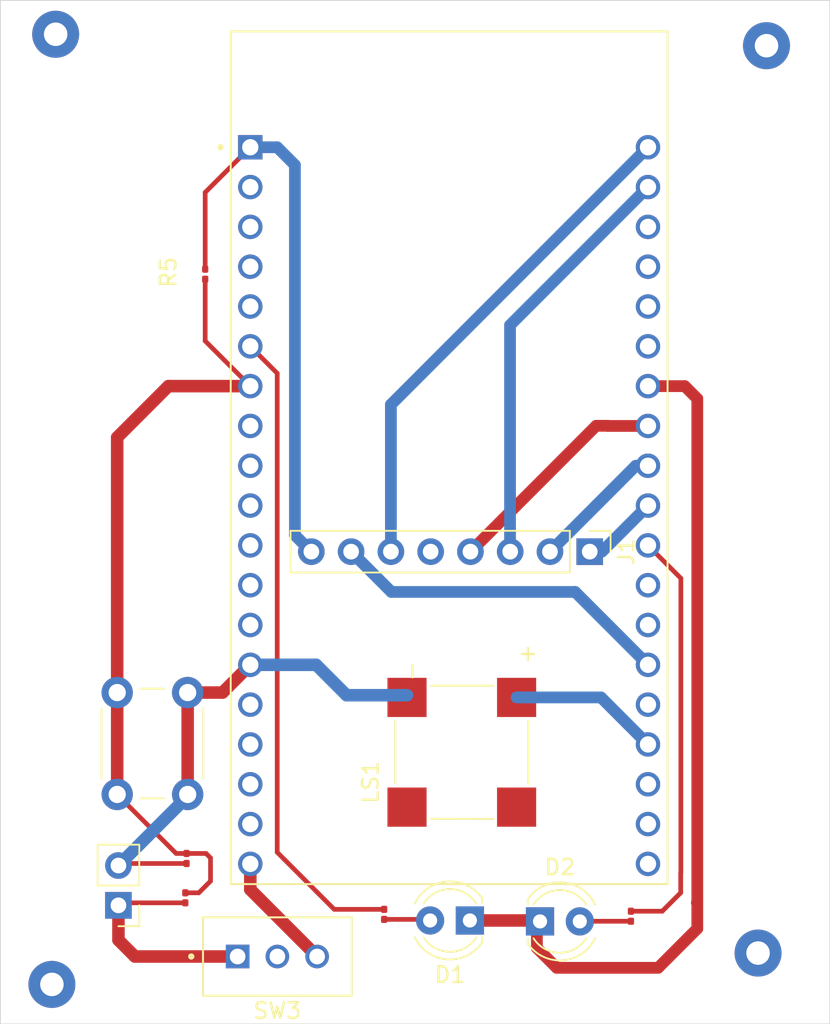
<source format=kicad_pcb>
(kicad_pcb (version 20240108) (generator "pcbnew") (generator_version "8.0")
  (layers (0 "F.Cu" signal) (31 "B.Cu" signal) (34 "B.Paste" user) (35 "F.Paste" user) (36 "B.SilkS" user "B.Silkscreen") (37 "F.SilkS" user "F.Silkscreen") (38 "B.Mask" user) (39 "F.Mask" user) (44 "Edge.Cuts" user))
  (net 0 "")
  (net 1 "GND")
  (net 2 "3,3V")
  (net 3 "Net-(D2-A)")
  (net 10 "MISO")
  (net 23 "SDA")
  (net 25 "RST")
  (net 27 "Net-(D1-A)")
  (net 28 "SCK")
  (net 30 "MOSI")
  (net 33 "VIN")
  (net 34 "IO15")
  (net 36 "IO32")
  (net 37 "IO35")
  (net 38 "IO17")
  (net 39 "Net-(SW3-A)")
  (net 42 "GND2")
  (net 43 "GND3")
  (footprint "Connector_PinHeader_2.54mm:PinHeader_1x02_P2.54mm_Vertical" (layer "F.Cu") (at 79.33 93.865 180)
    (property "Reference" "J2" (hide yes))
    (property "Value" "Socket_Baterai" (hide yes))
    (fp_line (start 1.33 1.27) (end 1.33 3.87) (stroke (width 0.12)) (layer "F.SilkS"))
    (fp_line (start -1.33 3.87) (end 1.33 3.87) (stroke (width 0.12)) (layer "F.SilkS"))
    (fp_line (start -1.33 1.27) (end 1.33 1.27) (stroke (width 0.12)) (layer "F.SilkS"))
    (fp_line (start -1.33 1.27) (end -1.33 3.87) (stroke (width 0.12)) (layer "F.SilkS"))
    (fp_line (start -1.33 0) (end -1.33 -1.33) (stroke (width 0.12)) (layer "F.SilkS"))
    (fp_line (start -1.33 -1.33) (end 0 -1.33) (stroke (width 0.12)) (layer "F.SilkS"))
    (pad "1" thru_hole rect (at 0 0 180) (size 1.7 1.7) (drill 1) (layers "*.Cu" "*.Mask") (net 33 "VIN"))
    (pad "2" thru_hole oval (at 0 2.54 180) (size 1.7 1.7) (drill 1) (layers "*.Cu" "*.Mask") (net 1 "GND"))
  )
  (footprint "buzzer:CUI_CMT-8540S-SMT" (layer "F.Cu") (at 101.26 84.1 90)
    (property "Reference" "LS1" (at -1.90322 -5.8301 90) (layer "F.SilkS") (effects (font (size 1.004315 1.004315))))
    (property "Value" "buzzer")
    (fp_line (start -2 -4.25) (end 2 -4.25) (stroke (width 0.127)) (layer "F.SilkS"))
    (fp_line (start 4.25 -2) (end 4.25 2) (stroke (width 0.127)) (layer "F.SilkS"))
    (fp_line (start -4.24 -2) (end -4.25 2) (stroke (width 0.127)) (layer "F.SilkS"))
    (fp_line (start 2 4.25) (end -2 4.25) (stroke (width 0.127)) (layer "F.SilkS"))
    (fp_text user "+" (at 6.26763 4.14166 90) (layer "F.SilkS") (effects (font (size 1.002827 1.002827))))
    (fp_text user "-" (at 5.16697 -3.22436 90) (layer "F.SilkS") (effects (font (size 1.001354 1.001354))))
    (pad "1" smd rect (at -3.5 -3.5 90) (size 2.5 2.5) (layers "F.Cu" "F.Paste" "F.Mask"))
    (pad "2" smd rect (at -3.5 3.5 90) (size 2.5 2.5) (layers "F.Cu" "F.Paste" "F.Mask"))
    (pad "N" smd rect (at 3.5 -3.5 90) (size 2.5 2.5) (layers "F.Cu" "F.Paste" "F.Mask") (net 1 "GND"))
    (pad "P" smd rect (at 3.5 3.5 90) (size 2.5 2.5) (layers "F.Cu" "F.Paste" "F.Mask") (net 34 "IO15"))
  )
  (footprint "Resistor_SMD:R_0201_0603Metric" (layer "F.Cu") (at 112.06 94.56 -90)
    (property "Reference" "R4" (hide yes))
    (property "Value" "10K")
    (pad "1" smd roundrect (at -0.32 0 270) (size 0.46 0.4) (layers "F.Cu" "F.Mask") (net 38 "IO17"))
    (pad "2" smd roundrect (at 0.32 0 270) (size 0.46 0.4) (layers "F.Cu" "F.Mask") (net 3 "Net-(D2-A)"))
  )
  (footprint "Resistor_SMD:R_0201_0603Metric" (layer "F.Cu") (at 83.68 90.875 -90)
    (property "Reference" "R2" (hide yes))
    (property "Value" "10K")
    (pad "1" smd roundrect (at -0.32 0 270) (size 0.46 0.4) (layers "F.Cu" "F.Mask") (net 36 "IO32"))
    (pad "2" smd roundrect (at 0.32 0 270) (size 0.46 0.4) (layers "F.Cu" "F.Mask") (net 1 "GND"))
  )
  (footprint "LED_THT:LED_D4.0mm" (layer "F.Cu") (at 101.775 94.83 180)
    (property "Reference" "D1" (at 1.27 -3.46 180) (layer "F.SilkS"))
    (property "Value" "LED_R")
    (fp_line (start -0.79 1.08) (end -0.79 1.399) (stroke (width 0.12)) (layer "F.SilkS"))
    (fp_line (start -0.79 -1.399) (end -0.79 -1.08) (stroke (width 0.12)) (layer "F.SilkS"))
    (fp_arc (start 3.513242 1.080724) (mid 1.453519 2.483228) (end -0.79 1.398749) (stroke (width 0.12)) (layer "F.SilkS"))
    (fp_arc (start 2.952713 1.080961) (mid 1.269429 2) (end -0.41333 1.08) (stroke (width 0.12)) (layer "F.SilkS"))
    (fp_arc (start -0.41333 -1.08) (mid 1.269429 -2) (end 2.952713 -1.080961) (stroke (width 0.12)) (layer "F.SilkS"))
    (fp_arc (start -0.79 -1.398749) (mid 1.453519 -2.483228) (end 3.513242 -1.080724) (stroke (width 0.12)) (layer "F.SilkS"))
    (pad "1" thru_hole rect (at 0 0 180) (size 1.8 1.8) (drill 0.9) (layers "*.Cu" "*.Mask") (net 42 "GND2"))
    (pad "2" thru_hole circle (at 2.54 0 180) (size 1.8 1.8) (drill 0.9) (layers "*.Cu" "*.Mask") (net 27 "Net-(D1-A)"))
  )
  (footprint "footprints:MODULE_ESP32-DEVKITC-32D" (layer "F.Cu") (at 100.45 65.26)
    (property "Reference" "U1" (hide yes))
    (property "Value" "ESP32-DEVKITC-32D")
    (fp_line (start -13.95 -27.15) (end 13.95 -27.15) (stroke (width 0.127)) (layer "F.SilkS"))
    (fp_line (start -13.95 27.25) (end -13.95 -27.15) (stroke (width 0.127)) (layer "F.SilkS"))
    (fp_line (start 13.95 -27.15) (end 13.95 27.25) (stroke (width 0.127)) (layer "F.SilkS"))
    (fp_line (start 13.95 27.25) (end -13.95 27.25) (stroke (width 0.127)) (layer "F.SilkS"))
    (fp_circle (center -14.6 -19.76) (end -14.5 -19.76) (stroke (width 0.2)) (fill none) (layer "F.SilkS"))
    (pad "J2-1" thru_hole rect (at -12.7 -19.76) (size 1.56 1.56) (drill 1.04) (layers "*.Cu" "*.Mask") (net 2 "3,3V"))
    (pad "J2-2" thru_hole circle (at -12.7 -17.22) (size 1.56 1.56) (drill 1.04) (layers "*.Cu" "*.Mask"))
    (pad "J2-3" thru_hole circle (at -12.7 -14.68) (size 1.56 1.56) (drill 1.04) (layers "*.Cu" "*.Mask"))
    (pad "J2-4" thru_hole circle (at -12.7 -12.14) (size 1.56 1.56) (drill 1.04) (layers "*.Cu" "*.Mask"))
    (pad "J2-5" thru_hole circle (at -12.7 -9.6) (size 1.56 1.56) (drill 1.04) (layers "*.Cu" "*.Mask"))
    (pad "J2-6" thru_hole circle (at -12.7 -7.06) (size 1.56 1.56) (drill 1.04) (layers "*.Cu" "*.Mask") (net 37 "IO35"))
    (pad "J2-7" thru_hole circle (at -12.7 -4.52) (size 1.56 1.56) (drill 1.04) (layers "*.Cu" "*.Mask") (net 36 "IO32"))
    (pad "J2-8" thru_hole circle (at -12.7 -1.98) (size 1.56 1.56) (drill 1.04) (layers "*.Cu" "*.Mask"))
    (pad "J2-9" thru_hole circle (at -12.7 0.56) (size 1.56 1.56) (drill 1.04) (layers "*.Cu" "*.Mask"))
    (pad "J2-10" thru_hole circle (at -12.7 3.1) (size 1.56 1.56) (drill 1.04) (layers "*.Cu" "*.Mask"))
    (pad "J2-11" thru_hole circle (at -12.7 5.64) (size 1.56 1.56) (drill 1.04) (layers "*.Cu" "*.Mask"))
    (pad "J2-12" thru_hole circle (at -12.7 8.18) (size 1.56 1.56) (drill 1.04) (layers "*.Cu" "*.Mask"))
    (pad "J2-13" thru_hole circle (at -12.7 10.72) (size 1.56 1.56) (drill 1.04) (layers "*.Cu" "*.Mask"))
    (pad "J2-14" thru_hole circle (at -12.7 13.26) (size 1.56 1.56) (drill 1.04) (layers "*.Cu" "*.Mask") (net 1 "GND"))
    (pad "J2-15" thru_hole circle (at -12.7 15.8) (size 1.56 1.56) (drill 1.04) (layers "*.Cu" "*.Mask"))
    (pad "J2-16" thru_hole circle (at -12.7 18.34) (size 1.56 1.56) (drill 1.04) (layers "*.Cu" "*.Mask"))
    (pad "J2-17" thru_hole circle (at -12.7 20.88) (size 1.56 1.56) (drill 1.04) (layers "*.Cu" "*.Mask"))
    (pad "J2-18" thru_hole circle (at -12.7 23.42) (size 1.56 1.56) (drill 1.04) (layers "*.Cu" "*.Mask"))
    (pad "J2-19" thru_hole circle (at -12.7 25.96) (size 1.56 1.56) (drill 1.04) (layers "*.Cu" "*.Mask") (net 39 "Net-(SW3-A)"))
    (pad "J3-1" thru_hole circle (at 12.7 -19.76) (size 1.56 1.56) (drill 1.04) (layers "*.Cu" "*.Mask") (net 43 "GND3"))
    (pad "J3-2" thru_hole circle (at 12.7 -17.22) (size 1.56 1.56) (drill 1.04) (layers "*.Cu" "*.Mask") (net 30 "MOSI"))
    (pad "J3-3" thru_hole circle (at 12.7 -14.68) (size 1.56 1.56) (drill 1.04) (layers "*.Cu" "*.Mask"))
    (pad "J3-4" thru_hole circle (at 12.7 -12.14) (size 1.56 1.56) (drill 1.04) (layers "*.Cu" "*.Mask"))
    (pad "J3-5" thru_hole circle (at 12.7 -9.6) (size 1.56 1.56) (drill 1.04) (layers "*.Cu" "*.Mask"))
    (pad "J3-6" thru_hole circle (at 12.7 -7.06) (size 1.56 1.56) (drill 1.04) (layers "*.Cu" "*.Mask"))
    (pad "J3-7" thru_hole circle (at 12.7 -4.52) (size 1.56 1.56) (drill 1.04) (layers "*.Cu" "*.Mask") (net 42 "GND2"))
    (pad "J3-8" thru_hole circle (at 12.7 -1.98) (size 1.56 1.56) (drill 1.04) (layers "*.Cu" "*.Mask") (net 10 "MISO"))
    (pad "J3-9" thru_hole circle (at 12.7 0.56) (size 1.56 1.56) (drill 1.04) (layers "*.Cu" "*.Mask") (net 28 "SCK"))
    (pad "J3-10" thru_hole circle (at 12.7 3.1) (size 1.56 1.56) (drill 1.04) (layers "*.Cu" "*.Mask") (net 23 "SDA"))
    (pad "J3-11" thru_hole circle (at 12.7 5.64) (size 1.56 1.56) (drill 1.04) (layers "*.Cu" "*.Mask") (net 38 "IO17"))
    (pad "J3-12" thru_hole circle (at 12.7 8.18) (size 1.56 1.56) (drill 1.04) (layers "*.Cu" "*.Mask"))
    (pad "J3-13" thru_hole circle (at 12.7 10.72) (size 1.56 1.56) (drill 1.04) (layers "*.Cu" "*.Mask"))
    (pad "J3-14" thru_hole circle (at 12.7 13.26) (size 1.56 1.56) (drill 1.04) (layers "*.Cu" "*.Mask") (net 25 "RST"))
    (pad "J3-15" thru_hole circle (at 12.7 15.8) (size 1.56 1.56) (drill 1.04) (layers "*.Cu" "*.Mask"))
    (pad "J3-16" thru_hole circle (at 12.7 18.34) (size 1.56 1.56) (drill 1.04) (layers "*.Cu" "*.Mask") (net 34 "IO15"))
    (pad "J3-17" thru_hole circle (at 12.7 20.88) (size 1.56 1.56) (drill 1.04) (layers "*.Cu" "*.Mask"))
    (pad "J3-18" thru_hole circle (at 12.7 23.42) (size 1.56 1.56) (drill 1.04) (layers "*.Cu" "*.Mask"))
    (pad "J3-19" thru_hole circle (at 12.7 25.96) (size 1.56 1.56) (drill 1.04) (layers "*.Cu" "*.Mask"))
  )
  (footprint "Resistor_SMD:R_0201_0603Metric" (layer "F.Cu") (at 84.87 53.6 -90)
    (property "Reference" "R5" (at -0.13 2.36 90) (layer "F.SilkS"))
    (property "Value" "10K")
    (pad "1" smd roundrect (at -0.32 0 270) (size 0.46 0.4) (layers "F.Cu" "F.Mask") (net 2 "3,3V"))
    (pad "2" smd roundrect (at 0.32 0 270) (size 0.46 0.4) (layers "F.Cu" "F.Mask") (net 36 "IO32"))
  )
  (footprint "LED_THT:LED_D4.0mm" (layer "F.Cu") (at 106.255 94.89)
    (property "Reference" "D2" (at 1.27 -3.46 0) (layer "F.SilkS"))
    (property "Value" "LED_G")
    (fp_line (start -0.79 -1.399) (end -0.79 -1.08) (stroke (width 0.12)) (layer "F.SilkS"))
    (fp_line (start -0.79 1.08) (end -0.79 1.399) (stroke (width 0.12)) (layer "F.SilkS"))
    (fp_arc (start -0.79 -1.398749) (mid 1.453519 -2.483228) (end 3.513242 -1.080724) (stroke (width 0.12)) (layer "F.SilkS"))
    (fp_arc (start -0.41333 -1.08) (mid 1.269429 -2) (end 2.952713 -1.080961) (stroke (width 0.12)) (layer "F.SilkS"))
    (fp_arc (start 2.952713 1.080961) (mid 1.269429 2) (end -0.41333 1.08) (stroke (width 0.12)) (layer "F.SilkS"))
    (fp_arc (start 3.513242 1.080724) (mid 1.453519 2.483228) (end -0.79 1.398749) (stroke (width 0.12)) (layer "F.SilkS"))
    (pad "1" thru_hole rect (at 0 0) (size 1.8 1.8) (drill 0.9) (layers "*.Cu" "*.Mask") (net 42 "GND2"))
    (pad "2" thru_hole circle (at 2.54 0) (size 1.8 1.8) (drill 0.9) (layers "*.Cu" "*.Mask") (net 3 "Net-(D2-A)"))
  )
  (footprint "Button_Switch_THT:SW_PUSH_6mm" (layer "F.Cu") (at 79.25 86.79 90)
    (property "Reference" "Button_INT1" (hide yes))
    (property "Value" "SW_Push" (hide yes))
    (fp_line (start 5.5 -1) (end 1 -1) (stroke (width 0.12)) (layer "F.SilkS"))
    (fp_line (start -0.25 1.5) (end -0.25 3) (stroke (width 0.12)) (layer "F.SilkS"))
    (fp_line (start 6.75 3) (end 6.75 1.5) (stroke (width 0.12)) (layer "F.SilkS"))
    (fp_line (start 1 5.5) (end 5.5 5.5) (stroke (width 0.12)) (layer "F.SilkS"))
    (pad "1" thru_hole circle (at 0 0 180) (size 2 2) (drill 1.1) (layers "*.Cu" "*.Mask") (net 36 "IO32"))
    (pad "1" thru_hole circle (at 6.5 0 180) (size 2 2) (drill 1.1) (layers "*.Cu" "*.Mask") (net 36 "IO32"))
    (pad "2" thru_hole circle (at 0 4.5 180) (size 2 2) (drill 1.1) (layers "*.Cu" "*.Mask") (net 1 "GND"))
    (pad "2" thru_hole circle (at 6.5 4.5 180) (size 2 2) (drill 1.1) (layers "*.Cu" "*.Mask") (net 1 "GND"))
  )
  (footprint "Connector_PinHeader_2.54mm:PinHeader_1x08_P2.54mm_Vertical" (layer "F.Cu") (at 109.43 71.3 -90)
    (property "Reference" "J1" (at 0 -2.33 90) (layer "F.SilkS"))
    (property "Value" "RFID_Socket")
    (fp_line (start -1.33 19.11) (end 1.33 19.11) (stroke (width 0.12)) (layer "F.SilkS"))
    (fp_line (start -1.33 1.27) (end -1.33 19.11) (stroke (width 0.12)) (layer "F.SilkS"))
    (fp_line (start -1.33 1.27) (end 1.33 1.27) (stroke (width 0.12)) (layer "F.SilkS"))
    (fp_line (start 1.33 1.27) (end 1.33 19.11) (stroke (width 0.12)) (layer "F.SilkS"))
    (fp_line (start -1.33 0) (end -1.33 -1.33) (stroke (width 0.12)) (layer "F.SilkS"))
    (fp_line (start -1.33 -1.33) (end 0 -1.33) (stroke (width 0.12)) (layer "F.SilkS"))
    (pad "1" thru_hole rect (at 0 0 270) (size 1.7 1.7) (drill 1) (layers "*.Cu" "*.Mask") (net 23 "SDA"))
    (pad "2" thru_hole oval (at 0 2.54 270) (size 1.7 1.7) (drill 1) (layers "*.Cu" "*.Mask") (net 28 "SCK"))
    (pad "3" thru_hole oval (at 0 5.08 270) (size 1.7 1.7) (drill 1) (layers "*.Cu" "*.Mask") (net 30 "MOSI"))
    (pad "4" thru_hole oval (at 0 7.62 270) (size 1.7 1.7) (drill 1) (layers "*.Cu" "*.Mask") (net 10 "MISO"))
    (pad "5" thru_hole oval (at 0 10.16 270) (size 1.7 1.7) (drill 1) (layers "*.Cu" "*.Mask"))
    (pad "6" thru_hole oval (at 0 12.7 270) (size 1.7 1.7) (drill 1) (layers "*.Cu" "*.Mask") (net 43 "GND3"))
    (pad "7" thru_hole oval (at 0 15.24 270) (size 1.7 1.7) (drill 1) (layers "*.Cu" "*.Mask") (net 25 "RST"))
    (pad "8" thru_hole oval (at 0 17.78 270) (size 1.7 1.7) (drill 1) (layers "*.Cu" "*.Mask") (net 2 "3,3V"))
  )
  (footprint "switch spdt:SW_ATE1D-2M3-10-Z" (layer "F.Cu") (at 89.48 97.13 180)
    (property "Reference" "SW3" (at 0 -3.46 0) (layer "F.SilkS"))
    (property "Value" "SPDT")
    (fp_line (start 4.75 2.5) (end -4.75 2.5) (stroke (width 0.127)) (layer "F.SilkS"))
    (fp_line (start 4.75 -2.5) (end 4.75 2.5) (stroke (width 0.127)) (layer "F.SilkS"))
    (fp_line (start -4.75 2.5) (end -4.75 -2.5) (stroke (width 0.127)) (layer "F.SilkS"))
    (fp_line (start -4.75 -2.5) (end 4.75 -2.5) (stroke (width 0.127)) (layer "F.SilkS"))
    (fp_circle (center 5.5 0) (end 5.6 0) (stroke (width 0.2)) (fill none) (layer "F.SilkS"))
    (pad "1" thru_hole rect (at 2.54 0 180) (size 1.508 1.508) (drill 1) (layers "*.Cu" "*.Mask") (net 33 "VIN"))
    (pad "2" thru_hole circle (at 0 0 180) (size 1.508 1.508) (drill 1) (layers "*.Cu" "*.Mask"))
    (pad "3" thru_hole circle (at -2.54 0 180) (size 1.508 1.508) (drill 1) (layers "*.Cu" "*.Mask") (net 39 "Net-(SW3-A)"))
  )
  (footprint "Resistor_SMD:R_0201_0603Metric" (layer "F.Cu") (at 83.6 93.385 90)
    (property "Reference" "R1" (hide yes))
    (property "Value" "10K" (hide yes))
    (pad "1" smd roundrect (at -0.32 0 90) (size 0.46 0.4) (layers "F.Cu" "F.Mask") (net 33 "VIN"))
    (pad "2" smd roundrect (at 0.32 0 90) (size 0.46 0.4) (layers "F.Cu" "F.Mask") (net 36 "IO32"))
  )
  (footprint "Resistor_SMD:R_0201_0603Metric" (layer "F.Cu") (at 96.3 94.44 90)
    (property "Reference" "R3" (hide yes))
    (property "Value" "10K")
    (pad "1" smd roundrect (at -0.32 0 90) (size 0.46 0.4) (layers "F.Cu" "F.Mask") (net 27 "Net-(D1-A)"))
    (pad "2" smd roundrect (at 0.32 0 90) (size 0.46 0.4) (layers "F.Cu" "F.Mask") (net 37 "IO35"))
  )
  (gr_rect (start 71.79 36.13) (end 124.76 101.43) (stroke (width 0.05)) (fill none) (layer "Edge.Cuts"))
  (via (at 120.18 96.91) (size 3) (drill 1.5) (layers "F.Cu" "B.Cu") (net 0))
  (via (at 120.72 39.02) (size 3) (drill 1.5) (layers "F.Cu" "B.Cu") (net 0))
  (via (at 75.32 38.29) (size 3) (drill 1.5) (layers "F.Cu" "B.Cu") (net 0))
  (via (at 75.08 98.91) (size 3) (drill 1.5) (layers "F.Cu" "B.Cu") (net 0))
  (segment (start 85.98 80.29) (end 87.75 78.52) (width 0.8) (layer "F.Cu") (net 1))
  (segment (start 79.46 91.195) (end 79.33 91.325) (width 0.3) (layer "F.Cu") (net 1))
  (segment (start 83.75 80.29) (end 83.75 86.79) (width 0.8) (layer "F.Cu") (net 1))
  (segment (start 87.67 78.44) (end 87.75 78.52) (width 0.3) (layer "F.Cu") (net 1))
  (segment (start 83.68 91.195) (end 79.46 91.195) (width 0.3) (layer "F.Cu") (net 1))
  (segment (start 83.75 86.79) (end 83.75 86.905) (width 0.8) (layer "F.Cu") (net 1))
  (segment (start 83.75 80.29) (end 85.98 80.29) (width 0.8) (layer "F.Cu") (net 1))
  (segment (start 83.75 86.905) (end 79.33 91.325) (width 0.8) (layer "B.Cu") (net 1))
  (segment (start 93.9 80.46) (end 97.76 80.46) (width 0.8) (layer "B.Cu") (net 1))
  (segment (start 87.75 78.52) (end 91.96 78.52) (width 0.8) (layer "B.Cu") (net 1))
  (segment (start 83.75 86.79) (end 83.75 86.905) (width 0.8) (layer "B.Cu") (net 1))
  (segment (start 91.96 78.52) (end 93.9 80.46) (width 0.8) (layer "B.Cu") (net 1))
  (segment (start 91.96 78.52) (end 91.97 78.53) (width 0.8) (layer "B.Cu") (net 1))
  (segment (start 84.87 53.28) (end 84.87 48.38) (width 0.3) (layer "F.Cu") (net 2))
  (segment (start 84.87 48.38) (end 87.75 45.5) (width 0.3) (layer "F.Cu") (net 2))
  (segment (start 90.6 70.25) (end 91.65 71.3) (width 0.75) (layer "B.Cu") (net 2))
  (segment (start 90.6 46.63) (end 90.6 70.25) (width 0.75) (layer "B.Cu") (net 2))
  (segment (start 89.47 45.5) (end 90.6 46.63) (width 0.75) (layer "B.Cu") (net 2))
  (segment (start 87.75 45.5) (end 89.47 45.5) (width 0.75) (layer "B.Cu") (net 2))
  (segment (start 108.805 94.88) (end 108.795 94.89) (width 0.3) (layer "F.Cu") (net 3))
  (segment (start 108.635 95.18) (end 108.595 95.14) (width 0.3) (layer "F.Cu") (net 3))
  (segment (start 112.02 94.84) (end 112.06 94.88) (width 0.3) (layer "F.Cu") (net 3))
  (segment (start 112.06 94.88) (end 108.805 94.88) (width 0.3) (layer "F.Cu") (net 3))
  (segment (start 110.57 63.27) (end 109.84 63.27) (width 0.75) (layer "F.Cu") (net 10))
  (segment (start 113.15 63.28) (end 110.58 63.28) (width 0.75) (layer "F.Cu") (net 10))
  (segment (start 110.58 63.28) (end 110.57 63.27) (width 0.75) (layer "F.Cu") (net 10))
  (segment (start 109.84 63.27) (end 101.81 71.3) (width 0.75) (layer "F.Cu") (net 10))
  (segment (start 109.43 71.3) (end 110.21 71.3) (width 0.75) (layer "B.Cu") (net 23))
  (segment (start 110.21 71.3) (end 113.15 68.36) (width 0.75) (layer "B.Cu") (net 23))
  (segment (start 94.19 71.3) (end 96.76 73.87) (width 0.75) (layer "B.Cu") (net 25))
  (segment (start 108.5 73.87) (end 113.15 78.52) (width 0.75) (layer "B.Cu") (net 25))
  (segment (start 96.76 73.87) (end 108.5 73.87) (width 0.75) (layer "B.Cu") (net 25))
  (segment (start 99.165 94.76) (end 99.235 94.83) (width 0.3) (layer "F.Cu") (net 27))
  (segment (start 96.325 94.785) (end 96.3 94.76) (width 0.3) (layer "F.Cu") (net 27))
  (segment (start 96.3 94.76) (end 99.165 94.76) (width 0.3) (layer "F.Cu") (net 27))
  (segment (start 106.89 71.3) (end 112.37 65.82) (width 0.75) (layer "B.Cu") (net 28))
  (segment (start 112.37 65.82) (end 113.15 65.82) (width 0.75) (layer "B.Cu") (net 28))
  (segment (start 104.34 56.85) (end 104.34 71.29) (width 0.75) (layer "B.Cu") (net 30))
  (segment (start 113.15 48.04) (end 104.34 56.85) (width 0.75) (layer "B.Cu") (net 30))
  (segment (start 104.34 71.29) (end 104.35 71.3) (width 0.75) (layer "B.Cu") (net 30))
  (segment (start 83.6 93.705) (end 79.49 93.705) (width 0.3) (layer "F.Cu") (net 33))
  (segment (start 79.49 93.705) (end 79.33 93.865) (width 0.3) (layer "F.Cu") (net 33))
  (segment (start 79.33 96.08) (end 80.38 97.13) (width 0.8) (layer "F.Cu") (net 33))
  (segment (start 80.38 97.13) (end 86.94 97.13) (width 0.8) (layer "F.Cu") (net 33))
  (segment (start 79.33 93.865) (end 79.33 96.08) (width 0.8) (layer "F.Cu") (net 33))
  (segment (start 104.76 80.6) (end 110.15 80.6) (width 0.75) (layer "B.Cu") (net 34))
  (segment (start 110.15 80.6) (end 113.15 83.6) (width 0.75) (layer "B.Cu") (net 34))
  (segment (start 85.21 90.84) (end 84.925 90.555) (width 0.3) (layer "F.Cu") (net 36))
  (segment (start 84.87 53.92) (end 84.87 57.86) (width 0.3) (layer "F.Cu") (net 36))
  (segment (start 83.68 90.555) (end 83.015 90.555) (width 0.3) (layer "F.Cu") (net 36))
  (segment (start 84.87 57.86) (end 87.75 60.74) (width 0.3) (layer "F.Cu") (net 36))
  (segment (start 84.465 93.065) (end 85.21 92.32) (width 0.3) (layer "F.Cu") (net 36))
  (segment (start 84.925 90.555) (end 83.68 90.555) (width 0.3) (layer "F.Cu") (net 36))
  (segment (start 79.25 64.01) (end 79.25 80.29) (width 0.8) (layer "F.Cu") (net 36))
  (segment (start 83.6 93.065) (end 84.465 93.065) (width 0.3) (layer "F.Cu") (net 36))
  (segment (start 82.52 60.74) (end 79.25 64.01) (width 0.8) (layer "F.Cu") (net 36))
  (segment (start 87.75 60.74) (end 82.52 60.74) (width 0.8) (layer "F.Cu") (net 36))
  (segment (start 85.21 92.32) (end 85.21 90.84) (width 0.3) (layer "F.Cu") (net 36))
  (segment (start 79.25 80.29) (end 79.25 86.79) (width 0.8) (layer "F.Cu") (net 36))
  (segment (start 83.015 90.555) (end 79.25 86.79) (width 0.3) (layer "F.Cu") (net 36))
  (segment (start 89.47 59.92) (end 89.47 90.48) (width 0.3) (layer "F.Cu") (net 37))
  (segment (start 93.11 94.12) (end 96.3 94.12) (width 0.3) (layer "F.Cu") (net 37))
  (segment (start 87.75 58.2) (end 89.47 59.92) (width 0.3) (layer "F.Cu") (net 37))
  (segment (start 89.47 90.48) (end 93.11 94.12) (width 0.3) (layer "F.Cu") (net 37))
  (segment (start 115.24 91.76) (end 115.24 93.06) (width 0.3) (layer "F.Cu") (net 38))
  (segment (start 115.25 91.75) (end 115.24 91.76) (width 0.3) (layer "F.Cu") (net 38))
  (segment (start 114.06 94.24) (end 112.06 94.24) (width 0.3) (layer "F.Cu") (net 38))
  (segment (start 113.15 70.9) (end 115.25 73) (width 0.3) (layer "F.Cu") (net 38))
  (segment (start 115.25 73) (end 115.25 91.75) (width 0.3) (layer "F.Cu") (net 38))
  (segment (start 115.24 93.06) (end 114.06 94.24) (width 0.3) (layer "F.Cu") (net 38))
  (segment (start 87.75 91.22) (end 87.75 92.86) (width 0.8) (layer "F.Cu") (net 39))
  (segment (start 87.75 92.86) (end 92.02 97.13) (width 0.8) (layer "F.Cu") (net 39))
  (segment (start 113.8 97.85) (end 116.3 95.35) (width 0.75) (layer "F.Cu") (net 42))
  (segment (start 113.15 60.74) (end 115.5 60.74) (width 0.75) (layer "F.Cu") (net 42))
  (segment (start 106.055 95.14) (end 106.055 96.585) (width 0.75) (layer "F.Cu") (net 42))
  (segment (start 105.985 95.07) (end 106.055 95.14) (width 0.75) (layer "F.Cu") (net 42))
  (segment (start 116.3 95.35) (end 116.3 93.7) (width 0.75) (layer "F.Cu") (net 42))
  (segment (start 101.775 94.83) (end 106.195 94.83) (width 0.8) (layer "F.Cu") (net 42))
  (segment (start 115.5 60.74) (end 116.3 61.54) (width 0.75) (layer "F.Cu") (net 42))
  (segment (start 106.195 94.83) (end 106.255 94.89) (width 0.8) (layer "F.Cu") (net 42))
  (segment (start 106.055 96.585) (end 107.32 97.85) (width 0.75) (layer "F.Cu") (net 42))
  (segment (start 116.3 61.54) (end 116.3 93.7) (width 0.75) (layer "F.Cu") (net 42))
  (segment (start 116.3 93.7) (end 116.27 93.7) (width 0.75) (layer "F.Cu") (net 42))
  (segment (start 107.32 97.85) (end 113.8 97.85) (width 0.75) (layer "F.Cu") (net 42))
  (segment (start 96.73 61.92) (end 113.15 45.5) (width 0.75) (layer "B.Cu") (net 43))
  (segment (start 96.73 71.3) (end 96.73 61.92) (width 0.75) (layer "B.Cu") (net 43))
)
</source>
